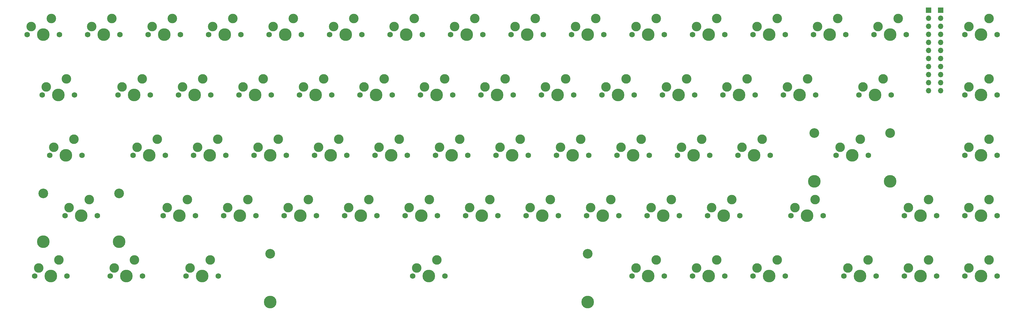
<source format=gbr>
G04 #@! TF.GenerationSoftware,KiCad,Pcbnew,(5.1.8-0-10_14)*
G04 #@! TF.CreationDate,2021-01-01T21:21:00+09:00*
G04 #@! TF.ProjectId,keyboard,6b657962-6f61-4726-942e-6b696361645f,rev?*
G04 #@! TF.SameCoordinates,Original*
G04 #@! TF.FileFunction,Soldermask,Top*
G04 #@! TF.FilePolarity,Negative*
%FSLAX46Y46*%
G04 Gerber Fmt 4.6, Leading zero omitted, Abs format (unit mm)*
G04 Created by KiCad (PCBNEW (5.1.8-0-10_14)) date 2021-01-01 21:21:00*
%MOMM*%
%LPD*%
G01*
G04 APERTURE LIST*
%ADD10O,1.700000X1.700000*%
%ADD11R,1.700000X1.700000*%
%ADD12C,1.750000*%
%ADD13C,3.000000*%
%ADD14C,3.987800*%
%ADD15C,3.048000*%
G04 APERTURE END LIST*
D10*
X292100000Y-27200000D03*
X292100000Y-24660000D03*
X292100000Y-22120000D03*
X292100000Y-19580000D03*
X292100000Y-17040000D03*
X292100000Y-14500000D03*
X292100000Y-11960000D03*
X292100000Y-9420000D03*
X292100000Y-6880000D03*
X292100000Y-4340000D03*
D11*
X292100000Y-1800000D03*
D10*
X288290000Y-27200000D03*
X288290000Y-24660000D03*
X288290000Y-22120000D03*
X288290000Y-19580000D03*
X288290000Y-17040000D03*
X288290000Y-14500000D03*
X288290000Y-11960000D03*
X288290000Y-9420000D03*
X288290000Y-6880000D03*
X288290000Y-4340000D03*
D11*
X288290000Y-1800000D03*
D12*
X309880000Y-85725000D03*
X299720000Y-85725000D03*
D13*
X300990000Y-83185000D03*
D14*
X304800000Y-85725000D03*
D13*
X307340000Y-80645000D03*
D12*
X290830000Y-85725000D03*
X280670000Y-85725000D03*
D13*
X281940000Y-83185000D03*
D14*
X285750000Y-85725000D03*
D13*
X288290000Y-80645000D03*
D12*
X271780000Y-85725000D03*
X261620000Y-85725000D03*
D13*
X262890000Y-83185000D03*
D14*
X266700000Y-85725000D03*
D13*
X269240000Y-80645000D03*
D12*
X243205000Y-85725000D03*
X233045000Y-85725000D03*
D13*
X234315000Y-83185000D03*
D14*
X238125000Y-85725000D03*
D13*
X240665000Y-80645000D03*
D12*
X224155000Y-85725000D03*
X213995000Y-85725000D03*
D13*
X215265000Y-83185000D03*
D14*
X219075000Y-85725000D03*
D13*
X221615000Y-80645000D03*
D12*
X205105000Y-85725000D03*
X194945000Y-85725000D03*
D13*
X196215000Y-83185000D03*
D14*
X200025000Y-85725000D03*
D13*
X202565000Y-80645000D03*
D14*
X80969100Y-93980000D03*
X180968900Y-93980000D03*
D15*
X80969100Y-78740000D03*
X180968900Y-78740000D03*
D12*
X136049000Y-85725000D03*
X125889000Y-85725000D03*
D13*
X127159000Y-83185000D03*
D14*
X130969000Y-85725000D03*
D13*
X133509000Y-80645000D03*
D12*
X64611200Y-85725000D03*
X54451200Y-85725000D03*
D13*
X55721200Y-83185000D03*
D14*
X59531200Y-85725000D03*
D13*
X62071200Y-80645000D03*
D12*
X40798800Y-85725000D03*
X30638800Y-85725000D03*
D13*
X31908800Y-83185000D03*
D14*
X35718800Y-85725000D03*
D13*
X38258800Y-80645000D03*
D12*
X16986200Y-85725000D03*
X6826200Y-85725000D03*
D13*
X8096200Y-83185000D03*
D14*
X11906200Y-85725000D03*
D13*
X14446200Y-80645000D03*
D12*
X309880000Y-66675000D03*
X299720000Y-66675000D03*
D13*
X300990000Y-64135000D03*
D14*
X304800000Y-66675000D03*
D13*
X307340000Y-61595000D03*
D12*
X290830000Y-66675000D03*
X280670000Y-66675000D03*
D13*
X281940000Y-64135000D03*
D14*
X285750000Y-66675000D03*
D13*
X288290000Y-61595000D03*
D12*
X255111000Y-66675000D03*
X244951000Y-66675000D03*
D13*
X246221000Y-64135000D03*
D14*
X250031000Y-66675000D03*
D13*
X252571000Y-61595000D03*
D12*
X228918000Y-66675000D03*
X218758000Y-66675000D03*
D13*
X220028000Y-64135000D03*
D14*
X223838000Y-66675000D03*
D13*
X226378000Y-61595000D03*
D12*
X209868000Y-66675000D03*
X199708000Y-66675000D03*
D13*
X200978000Y-64135000D03*
D14*
X204788000Y-66675000D03*
D13*
X207328000Y-61595000D03*
D12*
X190818000Y-66675000D03*
X180658000Y-66675000D03*
D13*
X181928000Y-64135000D03*
D14*
X185738000Y-66675000D03*
D13*
X188278000Y-61595000D03*
D12*
X171768000Y-66675000D03*
X161608000Y-66675000D03*
D13*
X162878000Y-64135000D03*
D14*
X166688000Y-66675000D03*
D13*
X169228000Y-61595000D03*
D12*
X152718000Y-66675000D03*
X142558000Y-66675000D03*
D13*
X143828000Y-64135000D03*
D14*
X147638000Y-66675000D03*
D13*
X150178000Y-61595000D03*
D12*
X133668000Y-66675000D03*
X123508000Y-66675000D03*
D13*
X124778000Y-64135000D03*
D14*
X128588000Y-66675000D03*
D13*
X131128000Y-61595000D03*
D12*
X114618000Y-66675000D03*
X104458000Y-66675000D03*
D13*
X105728000Y-64135000D03*
D14*
X109538000Y-66675000D03*
D13*
X112078000Y-61595000D03*
D12*
X95567500Y-66675000D03*
X85407500Y-66675000D03*
D13*
X86677500Y-64135000D03*
D14*
X90487500Y-66675000D03*
D13*
X93027500Y-61595000D03*
D12*
X76517500Y-66675000D03*
X66357500Y-66675000D03*
D13*
X67627500Y-64135000D03*
D14*
X71437500Y-66675000D03*
D13*
X73977500Y-61595000D03*
D12*
X57467500Y-66675000D03*
X47307500Y-66675000D03*
D13*
X48577500Y-64135000D03*
D14*
X52387500Y-66675000D03*
D13*
X54927500Y-61595000D03*
D14*
X9493200Y-74930000D03*
X33369200Y-74930000D03*
D15*
X9493200Y-59690000D03*
X33369200Y-59690000D03*
D12*
X26511200Y-66675000D03*
X16351200Y-66675000D03*
D13*
X17621200Y-64135000D03*
D14*
X21431200Y-66675000D03*
D13*
X23971200Y-61595000D03*
D12*
X309880000Y-47625000D03*
X299720000Y-47625000D03*
D13*
X300990000Y-45085000D03*
D14*
X304800000Y-47625000D03*
D13*
X307340000Y-42545000D03*
D14*
X252381000Y-55880000D03*
X276257000Y-55880000D03*
D15*
X252381000Y-40640000D03*
X276257000Y-40640000D03*
D12*
X269399000Y-47625000D03*
X259239000Y-47625000D03*
D13*
X260509000Y-45085000D03*
D14*
X264319000Y-47625000D03*
D13*
X266859000Y-42545000D03*
D12*
X238442000Y-47625000D03*
X228282000Y-47625000D03*
D13*
X229552000Y-45085000D03*
D14*
X233362000Y-47625000D03*
D13*
X235902000Y-42545000D03*
D12*
X219392000Y-47625000D03*
X209232000Y-47625000D03*
D13*
X210502000Y-45085000D03*
D14*
X214312000Y-47625000D03*
D13*
X216852000Y-42545000D03*
D12*
X200342000Y-47625000D03*
X190182000Y-47625000D03*
D13*
X191452000Y-45085000D03*
D14*
X195262000Y-47625000D03*
D13*
X197802000Y-42545000D03*
D12*
X181292000Y-47625000D03*
X171132000Y-47625000D03*
D13*
X172402000Y-45085000D03*
D14*
X176212000Y-47625000D03*
D13*
X178752000Y-42545000D03*
D12*
X162242000Y-47625000D03*
X152082000Y-47625000D03*
D13*
X153352000Y-45085000D03*
D14*
X157162000Y-47625000D03*
D13*
X159702000Y-42545000D03*
D12*
X143192000Y-47625000D03*
X133032000Y-47625000D03*
D13*
X134302000Y-45085000D03*
D14*
X138112000Y-47625000D03*
D13*
X140652000Y-42545000D03*
D12*
X124142000Y-47625000D03*
X113982000Y-47625000D03*
D13*
X115252000Y-45085000D03*
D14*
X119062000Y-47625000D03*
D13*
X121602000Y-42545000D03*
D12*
X105092000Y-47625000D03*
X94932000Y-47625000D03*
D13*
X96202000Y-45085000D03*
D14*
X100012000Y-47625000D03*
D13*
X102552000Y-42545000D03*
D12*
X86042500Y-47625000D03*
X75882500Y-47625000D03*
D13*
X77152500Y-45085000D03*
D14*
X80962500Y-47625000D03*
D13*
X83502500Y-42545000D03*
D12*
X66992500Y-47625000D03*
X56832500Y-47625000D03*
D13*
X58102500Y-45085000D03*
D14*
X61912500Y-47625000D03*
D13*
X64452500Y-42545000D03*
D12*
X47942500Y-47625000D03*
X37782500Y-47625000D03*
D13*
X39052500Y-45085000D03*
D14*
X42862500Y-47625000D03*
D13*
X45402500Y-42545000D03*
D12*
X21748800Y-47625000D03*
X11588800Y-47625000D03*
D13*
X12858800Y-45085000D03*
D14*
X16668800Y-47625000D03*
D13*
X19208800Y-42545000D03*
D12*
X309880000Y-28575000D03*
X299720000Y-28575000D03*
D13*
X300990000Y-26035000D03*
D14*
X304800000Y-28575000D03*
D13*
X307340000Y-23495000D03*
D12*
X276542000Y-28575000D03*
X266382000Y-28575000D03*
D13*
X267652000Y-26035000D03*
D14*
X271462000Y-28575000D03*
D13*
X274002000Y-23495000D03*
D12*
X252730000Y-28575000D03*
X242570000Y-28575000D03*
D13*
X243840000Y-26035000D03*
D14*
X247650000Y-28575000D03*
D13*
X250190000Y-23495000D03*
D12*
X233680000Y-28575000D03*
X223520000Y-28575000D03*
D13*
X224790000Y-26035000D03*
D14*
X228600000Y-28575000D03*
D13*
X231140000Y-23495000D03*
D12*
X214630000Y-28575000D03*
X204470000Y-28575000D03*
D13*
X205740000Y-26035000D03*
D14*
X209550000Y-28575000D03*
D13*
X212090000Y-23495000D03*
D12*
X195580000Y-28575000D03*
X185420000Y-28575000D03*
D13*
X186690000Y-26035000D03*
D14*
X190500000Y-28575000D03*
D13*
X193040000Y-23495000D03*
D12*
X176530000Y-28575000D03*
X166370000Y-28575000D03*
D13*
X167640000Y-26035000D03*
D14*
X171450000Y-28575000D03*
D13*
X173990000Y-23495000D03*
D12*
X157480000Y-28575000D03*
X147320000Y-28575000D03*
D13*
X148590000Y-26035000D03*
D14*
X152400000Y-28575000D03*
D13*
X154940000Y-23495000D03*
D12*
X138430000Y-28575000D03*
X128270000Y-28575000D03*
D13*
X129540000Y-26035000D03*
D14*
X133350000Y-28575000D03*
D13*
X135890000Y-23495000D03*
D12*
X119380000Y-28575000D03*
X109220000Y-28575000D03*
D13*
X110490000Y-26035000D03*
D14*
X114300000Y-28575000D03*
D13*
X116840000Y-23495000D03*
D12*
X100330000Y-28575000D03*
X90170000Y-28575000D03*
D13*
X91440000Y-26035000D03*
D14*
X95250000Y-28575000D03*
D13*
X97790000Y-23495000D03*
D12*
X81280000Y-28575000D03*
X71120000Y-28575000D03*
D13*
X72390000Y-26035000D03*
D14*
X76200000Y-28575000D03*
D13*
X78740000Y-23495000D03*
D12*
X62230000Y-28575000D03*
X52070000Y-28575000D03*
D13*
X53340000Y-26035000D03*
D14*
X57150000Y-28575000D03*
D13*
X59690000Y-23495000D03*
D12*
X43180000Y-28575000D03*
X33020000Y-28575000D03*
D13*
X34290000Y-26035000D03*
D14*
X38100000Y-28575000D03*
D13*
X40640000Y-23495000D03*
D12*
X19367500Y-28575000D03*
X9207500Y-28575000D03*
D13*
X10477500Y-26035000D03*
D14*
X14287500Y-28575000D03*
D13*
X16827500Y-23495000D03*
D12*
X309880000Y-9525000D03*
X299720000Y-9525000D03*
D13*
X300990000Y-6985000D03*
D14*
X304800000Y-9525000D03*
D13*
X307340000Y-4445000D03*
D12*
X281305000Y-9525000D03*
X271145000Y-9525000D03*
D13*
X272415000Y-6985000D03*
D14*
X276225000Y-9525000D03*
D13*
X278765000Y-4445000D03*
D12*
X262255000Y-9525000D03*
X252095000Y-9525000D03*
D13*
X253365000Y-6985000D03*
D14*
X257175000Y-9525000D03*
D13*
X259715000Y-4445000D03*
D12*
X243205000Y-9525000D03*
X233045000Y-9525000D03*
D13*
X234315000Y-6985000D03*
D14*
X238125000Y-9525000D03*
D13*
X240665000Y-4445000D03*
D12*
X224155000Y-9525000D03*
X213995000Y-9525000D03*
D13*
X215265000Y-6985000D03*
D14*
X219075000Y-9525000D03*
D13*
X221615000Y-4445000D03*
D12*
X205105000Y-9525000D03*
X194945000Y-9525000D03*
D13*
X196215000Y-6985000D03*
D14*
X200025000Y-9525000D03*
D13*
X202565000Y-4445000D03*
D12*
X186055000Y-9525000D03*
X175895000Y-9525000D03*
D13*
X177165000Y-6985000D03*
D14*
X180975000Y-9525000D03*
D13*
X183515000Y-4445000D03*
D12*
X167005000Y-9525000D03*
X156845000Y-9525000D03*
D13*
X158115000Y-6985000D03*
D14*
X161925000Y-9525000D03*
D13*
X164465000Y-4445000D03*
D12*
X147955000Y-9525000D03*
X137795000Y-9525000D03*
D13*
X139065000Y-6985000D03*
D14*
X142875000Y-9525000D03*
D13*
X145415000Y-4445000D03*
D12*
X128905000Y-9525000D03*
X118745000Y-9525000D03*
D13*
X120015000Y-6985000D03*
D14*
X123825000Y-9525000D03*
D13*
X126365000Y-4445000D03*
D12*
X109855000Y-9525000D03*
X99695000Y-9525000D03*
D13*
X100965000Y-6985000D03*
D14*
X104775000Y-9525000D03*
D13*
X107315000Y-4445000D03*
D12*
X90805000Y-9525000D03*
X80645000Y-9525000D03*
D13*
X81915000Y-6985000D03*
D14*
X85725000Y-9525000D03*
D13*
X88265000Y-4445000D03*
D12*
X71755000Y-9525000D03*
X61595000Y-9525000D03*
D13*
X62865000Y-6985000D03*
D14*
X66675000Y-9525000D03*
D13*
X69215000Y-4445000D03*
D12*
X52705000Y-9525000D03*
X42545000Y-9525000D03*
D13*
X43815000Y-6985000D03*
D14*
X47625000Y-9525000D03*
D13*
X50165000Y-4445000D03*
D12*
X33655000Y-9525000D03*
X23495000Y-9525000D03*
D13*
X24765000Y-6985000D03*
D14*
X28575000Y-9525000D03*
D13*
X31115000Y-4445000D03*
D12*
X14605000Y-9525000D03*
X4445000Y-9525000D03*
D13*
X5715000Y-6985000D03*
D14*
X9525000Y-9525000D03*
D13*
X12065000Y-4445000D03*
M02*

</source>
